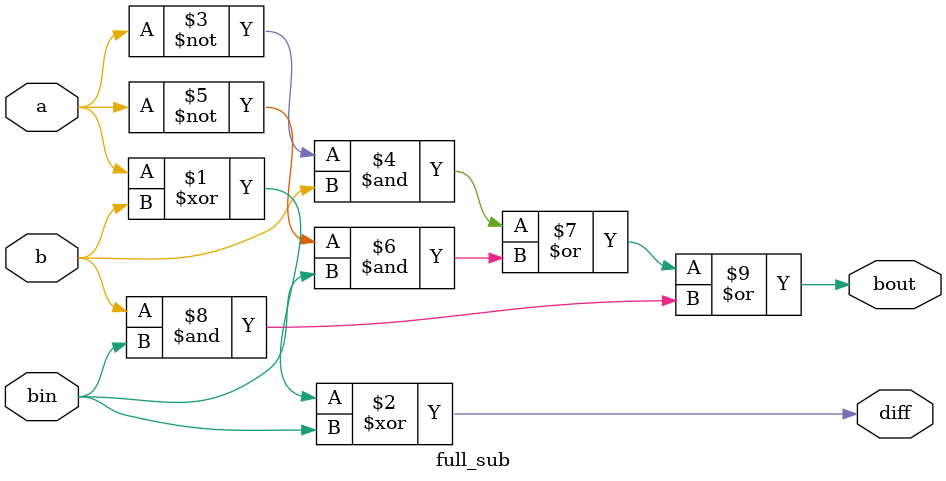
<source format=v>
module full_sub (input a,b,bin, output diff,bout);
  assign diff = a ^ b ^bin;
  assign bout = (~a&b) | (~a&bin) | (b&bin);
endmodule
</source>
